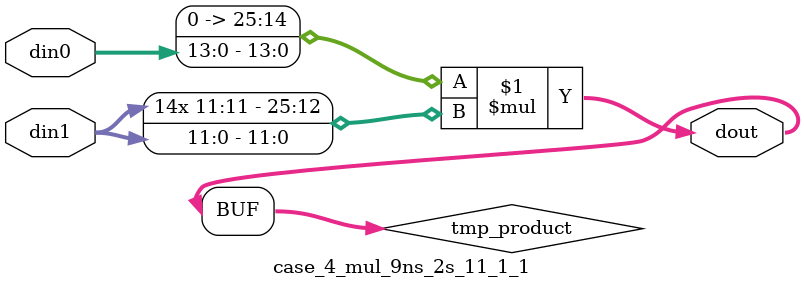
<source format=v>

`timescale 1 ns / 1 ps

 (* use_dsp = "no" *)  module case_4_mul_9ns_2s_11_1_1(din0, din1, dout);
parameter ID = 1;
parameter NUM_STAGE = 0;
parameter din0_WIDTH = 14;
parameter din1_WIDTH = 12;
parameter dout_WIDTH = 26;

input [din0_WIDTH - 1 : 0] din0; 
input [din1_WIDTH - 1 : 0] din1; 
output [dout_WIDTH - 1 : 0] dout;

wire signed [dout_WIDTH - 1 : 0] tmp_product;

























assign tmp_product = $signed({1'b0, din0}) * $signed(din1);










assign dout = tmp_product;





















endmodule

</source>
